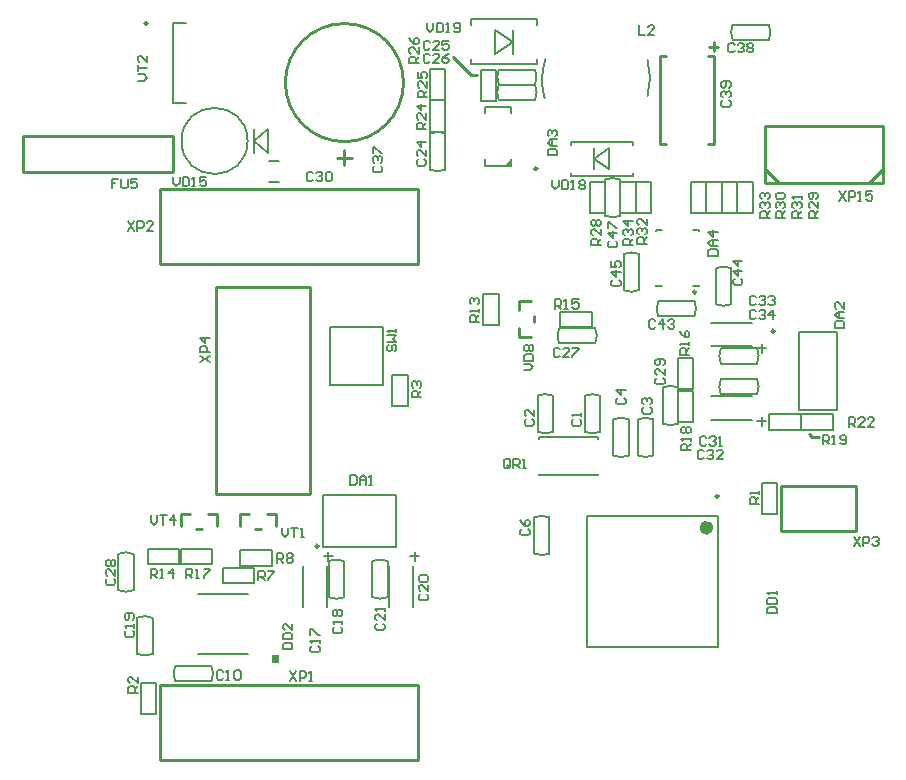
<source format=gto>
%FSLAX24Y24*%
%MOIN*%
G70*
G01*
G75*
G04 Layer_Color=65535*
%ADD10C,0.0098*%
%ADD11C,0.0079*%
%ADD12C,0.0472*%
G04:AMPARAMS|DCode=13|XSize=189mil|YSize=70.9mil|CornerRadius=17.7mil|HoleSize=0mil|Usage=FLASHONLY|Rotation=180.000|XOffset=0mil|YOffset=0mil|HoleType=Round|Shape=RoundedRectangle|*
%AMROUNDEDRECTD13*
21,1,0.1890,0.0354,0,0,180.0*
21,1,0.1535,0.0709,0,0,180.0*
1,1,0.0354,-0.0768,0.0177*
1,1,0.0354,0.0768,0.0177*
1,1,0.0354,0.0768,-0.0177*
1,1,0.0354,-0.0768,-0.0177*
%
%ADD13ROUNDEDRECTD13*%
G04:AMPARAMS|DCode=14|XSize=41mil|YSize=36mil|CornerRadius=1.8mil|HoleSize=0mil|Usage=FLASHONLY|Rotation=180.000|XOffset=0mil|YOffset=0mil|HoleType=Round|Shape=RoundedRectangle|*
%AMROUNDEDRECTD14*
21,1,0.0410,0.0324,0,0,180.0*
21,1,0.0374,0.0360,0,0,180.0*
1,1,0.0036,-0.0187,0.0162*
1,1,0.0036,0.0187,0.0162*
1,1,0.0036,0.0187,-0.0162*
1,1,0.0036,-0.0187,-0.0162*
%
%ADD14ROUNDEDRECTD14*%
%ADD15O,0.0281X0.0591*%
%ADD16R,0.0906X0.1220*%
%ADD17O,0.0787X0.0295*%
G04:AMPARAMS|DCode=18|XSize=28mil|YSize=35.8mil|CornerRadius=2.8mil|HoleSize=0mil|Usage=FLASHONLY|Rotation=0.000|XOffset=0mil|YOffset=0mil|HoleType=Round|Shape=RoundedRectangle|*
%AMROUNDEDRECTD18*
21,1,0.0280,0.0302,0,0,0.0*
21,1,0.0224,0.0358,0,0,0.0*
1,1,0.0056,0.0112,-0.0151*
1,1,0.0056,-0.0112,-0.0151*
1,1,0.0056,-0.0112,0.0151*
1,1,0.0056,0.0112,0.0151*
%
%ADD18ROUNDEDRECTD18*%
G04:AMPARAMS|DCode=19|XSize=41mil|YSize=36mil|CornerRadius=1.8mil|HoleSize=0mil|Usage=FLASHONLY|Rotation=270.000|XOffset=0mil|YOffset=0mil|HoleType=Round|Shape=RoundedRectangle|*
%AMROUNDEDRECTD19*
21,1,0.0410,0.0324,0,0,270.0*
21,1,0.0374,0.0360,0,0,270.0*
1,1,0.0036,-0.0162,-0.0187*
1,1,0.0036,-0.0162,0.0187*
1,1,0.0036,0.0162,0.0187*
1,1,0.0036,0.0162,-0.0187*
%
%ADD19ROUNDEDRECTD19*%
G04:AMPARAMS|DCode=20|XSize=70.9mil|YSize=51.2mil|CornerRadius=12.8mil|HoleSize=0mil|Usage=FLASHONLY|Rotation=270.000|XOffset=0mil|YOffset=0mil|HoleType=Round|Shape=RoundedRectangle|*
%AMROUNDEDRECTD20*
21,1,0.0709,0.0256,0,0,270.0*
21,1,0.0453,0.0512,0,0,270.0*
1,1,0.0256,-0.0128,-0.0226*
1,1,0.0256,-0.0128,0.0226*
1,1,0.0256,0.0128,0.0226*
1,1,0.0256,0.0128,-0.0226*
%
%ADD20ROUNDEDRECTD20*%
G04:AMPARAMS|DCode=21|XSize=55.1mil|YSize=70.9mil|CornerRadius=13.8mil|HoleSize=0mil|Usage=FLASHONLY|Rotation=0.000|XOffset=0mil|YOffset=0mil|HoleType=Round|Shape=RoundedRectangle|*
%AMROUNDEDRECTD21*
21,1,0.0551,0.0433,0,0,0.0*
21,1,0.0276,0.0709,0,0,0.0*
1,1,0.0276,0.0138,-0.0217*
1,1,0.0276,-0.0138,-0.0217*
1,1,0.0276,-0.0138,0.0217*
1,1,0.0276,0.0138,0.0217*
%
%ADD21ROUNDEDRECTD21*%
G04:AMPARAMS|DCode=22|XSize=70.9mil|YSize=51.2mil|CornerRadius=12.8mil|HoleSize=0mil|Usage=FLASHONLY|Rotation=180.000|XOffset=0mil|YOffset=0mil|HoleType=Round|Shape=RoundedRectangle|*
%AMROUNDEDRECTD22*
21,1,0.0709,0.0256,0,0,180.0*
21,1,0.0453,0.0512,0,0,180.0*
1,1,0.0256,-0.0226,0.0128*
1,1,0.0256,0.0226,0.0128*
1,1,0.0256,0.0226,-0.0128*
1,1,0.0256,-0.0226,-0.0128*
%
%ADD22ROUNDEDRECTD22*%
G04:AMPARAMS|DCode=23|XSize=94.5mil|YSize=110.2mil|CornerRadius=23.6mil|HoleSize=0mil|Usage=FLASHONLY|Rotation=270.000|XOffset=0mil|YOffset=0mil|HoleType=Round|Shape=RoundedRectangle|*
%AMROUNDEDRECTD23*
21,1,0.0945,0.0630,0,0,270.0*
21,1,0.0472,0.1102,0,0,270.0*
1,1,0.0472,-0.0315,-0.0236*
1,1,0.0472,-0.0315,0.0236*
1,1,0.0472,0.0315,0.0236*
1,1,0.0472,0.0315,-0.0236*
%
%ADD23ROUNDEDRECTD23*%
%ADD24O,0.0217X0.0492*%
%ADD25O,0.0492X0.0217*%
G04:AMPARAMS|DCode=26|XSize=126mil|YSize=80.7mil|CornerRadius=20.2mil|HoleSize=0mil|Usage=FLASHONLY|Rotation=90.000|XOffset=0mil|YOffset=0mil|HoleType=Round|Shape=RoundedRectangle|*
%AMROUNDEDRECTD26*
21,1,0.1260,0.0404,0,0,90.0*
21,1,0.0856,0.0807,0,0,90.0*
1,1,0.0404,0.0202,0.0428*
1,1,0.0404,0.0202,-0.0428*
1,1,0.0404,-0.0202,-0.0428*
1,1,0.0404,-0.0202,0.0428*
%
%ADD26ROUNDEDRECTD26*%
%ADD27O,0.0807X0.0256*%
%ADD28O,0.0335X0.0118*%
%ADD29O,0.0118X0.0335*%
%ADD30R,0.0394X0.0787*%
%ADD31O,0.0118X0.0591*%
%ADD32O,0.0591X0.0118*%
%ADD33R,0.0394X0.0394*%
G04:AMPARAMS|DCode=34|XSize=90.6mil|YSize=82.7mil|CornerRadius=12.4mil|HoleSize=0mil|Usage=FLASHONLY|Rotation=270.000|XOffset=0mil|YOffset=0mil|HoleType=Round|Shape=RoundedRectangle|*
%AMROUNDEDRECTD34*
21,1,0.0906,0.0579,0,0,270.0*
21,1,0.0657,0.0827,0,0,270.0*
1,1,0.0248,-0.0289,-0.0329*
1,1,0.0248,-0.0289,0.0329*
1,1,0.0248,0.0289,0.0329*
1,1,0.0248,0.0289,-0.0329*
%
%ADD34ROUNDEDRECTD34*%
G04:AMPARAMS|DCode=35|XSize=28mil|YSize=35.8mil|CornerRadius=2.8mil|HoleSize=0mil|Usage=FLASHONLY|Rotation=90.000|XOffset=0mil|YOffset=0mil|HoleType=Round|Shape=RoundedRectangle|*
%AMROUNDEDRECTD35*
21,1,0.0280,0.0302,0,0,90.0*
21,1,0.0224,0.0358,0,0,90.0*
1,1,0.0056,0.0151,0.0112*
1,1,0.0056,0.0151,-0.0112*
1,1,0.0056,-0.0151,-0.0112*
1,1,0.0056,-0.0151,0.0112*
%
%ADD35ROUNDEDRECTD35*%
%ADD36O,0.0591X0.0281*%
G04:AMPARAMS|DCode=37|XSize=86.6mil|YSize=68.9mil|CornerRadius=17.2mil|HoleSize=0mil|Usage=FLASHONLY|Rotation=180.000|XOffset=0mil|YOffset=0mil|HoleType=Round|Shape=RoundedRectangle|*
%AMROUNDEDRECTD37*
21,1,0.0866,0.0344,0,0,180.0*
21,1,0.0522,0.0689,0,0,180.0*
1,1,0.0344,-0.0261,0.0172*
1,1,0.0344,0.0261,0.0172*
1,1,0.0344,0.0261,-0.0172*
1,1,0.0344,-0.0261,-0.0172*
%
%ADD37ROUNDEDRECTD37*%
G04:AMPARAMS|DCode=38|XSize=82.7mil|YSize=78.7mil|CornerRadius=19.7mil|HoleSize=0mil|Usage=FLASHONLY|Rotation=90.000|XOffset=0mil|YOffset=0mil|HoleType=Round|Shape=RoundedRectangle|*
%AMROUNDEDRECTD38*
21,1,0.0827,0.0394,0,0,90.0*
21,1,0.0433,0.0787,0,0,90.0*
1,1,0.0394,0.0197,0.0217*
1,1,0.0394,0.0197,-0.0217*
1,1,0.0394,-0.0197,-0.0217*
1,1,0.0394,-0.0197,0.0217*
%
%ADD38ROUNDEDRECTD38*%
%ADD39O,0.0846X0.0394*%
G04:AMPARAMS|DCode=40|XSize=279.5mil|YSize=218.5mil|CornerRadius=10.9mil|HoleSize=0mil|Usage=FLASHONLY|Rotation=0.000|XOffset=0mil|YOffset=0mil|HoleType=Round|Shape=RoundedRectangle|*
%AMROUNDEDRECTD40*
21,1,0.2795,0.1967,0,0,0.0*
21,1,0.2577,0.2185,0,0,0.0*
1,1,0.0219,0.1288,-0.0983*
1,1,0.0219,-0.1288,-0.0983*
1,1,0.0219,-0.1288,0.0983*
1,1,0.0219,0.1288,0.0983*
%
%ADD40ROUNDEDRECTD40*%
%ADD41R,0.1417X0.1693*%
%ADD42O,0.0866X0.0295*%
%ADD43C,0.0157*%
%ADD44C,0.0197*%
%ADD45C,0.0118*%
%ADD46C,0.0394*%
%ADD47C,0.0315*%
%ADD48C,0.0276*%
%ADD49C,0.0709*%
%ADD50R,0.0709X0.0709*%
%ADD51C,0.1575*%
%ADD52C,0.3150*%
%ADD53C,0.0600*%
%ADD54R,0.0600X0.0600*%
%ADD55C,0.0630*%
%ADD56C,0.0827*%
%ADD57R,0.0827X0.0827*%
%ADD58R,0.0600X0.0600*%
%ADD59R,0.0709X0.0709*%
%ADD60C,0.0315*%
%ADD61C,0.0394*%
%ADD62C,0.0236*%
%ADD63C,0.0400*%
%ADD64C,0.0872*%
G04:AMPARAMS|DCode=65|XSize=78.74mil|YSize=78.74mil|CornerRadius=0mil|HoleSize=0mil|Usage=FLASHONLY|Rotation=0.000|XOffset=0mil|YOffset=0mil|HoleType=Round|Shape=Relief|Width=10mil|Gap=7.9mil|Entries=4|*
%AMTHD65*
7,0,0,0.0787,0.0630,0.0100,45*
%
%ADD65THD65*%
%ADD66C,0.1975*%
%ADD67C,0.2959*%
G04:AMPARAMS|DCode=68|XSize=69.496mil|YSize=69.496mil|CornerRadius=0mil|HoleSize=0mil|Usage=FLASHONLY|Rotation=0.000|XOffset=0mil|YOffset=0mil|HoleType=Round|Shape=Relief|Width=10mil|Gap=7.9mil|Entries=4|*
%AMTHD68*
7,0,0,0.0695,0.0537,0.0100,45*
%
%ADD68THD68*%
%ADD69C,0.0780*%
%ADD70C,0.0794*%
G04:AMPARAMS|DCode=71|XSize=86.614mil|YSize=86.614mil|CornerRadius=0mil|HoleSize=0mil|Usage=FLASHONLY|Rotation=0.000|XOffset=0mil|YOffset=0mil|HoleType=Round|Shape=Relief|Width=10mil|Gap=7.9mil|Entries=4|*
%AMTHD71*
7,0,0,0.0866,0.0709,0.0100,45*
%
%ADD71THD71*%
%ADD72C,0.0951*%
%ADD73C,0.0636*%
G04:AMPARAMS|DCode=74|XSize=47.244mil|YSize=47.244mil|CornerRadius=0mil|HoleSize=0mil|Usage=FLASHONLY|Rotation=0.000|XOffset=0mil|YOffset=0mil|HoleType=Round|Shape=Relief|Width=10mil|Gap=7.9mil|Entries=4|*
%AMTHD74*
7,0,0,0.0472,0.0315,0.0100,45*
%
%ADD74THD74*%
%ADD75C,0.0557*%
%ADD76C,0.0597*%
%ADD77C,0.0518*%
G04:AMPARAMS|DCode=78|XSize=43.307mil|YSize=43.307mil|CornerRadius=0mil|HoleSize=0mil|Usage=FLASHONLY|Rotation=0.000|XOffset=0mil|YOffset=0mil|HoleType=Round|Shape=Relief|Width=10mil|Gap=7.9mil|Entries=4|*
%AMTHD78*
7,0,0,0.0433,0.0276,0.0100,45*
%
%ADD78THD78*%
G04:AMPARAMS|DCode=79|XSize=51.181mil|YSize=51.181mil|CornerRadius=0mil|HoleSize=0mil|Usage=FLASHONLY|Rotation=0.000|XOffset=0mil|YOffset=0mil|HoleType=Round|Shape=Relief|Width=10mil|Gap=7.9mil|Entries=4|*
%AMTHD79*
7,0,0,0.0512,0.0354,0.0100,45*
%
%ADD79THD79*%
G04:AMPARAMS|DCode=80|XSize=78.7mil|YSize=86.6mil|CornerRadius=19.7mil|HoleSize=0mil|Usage=FLASHONLY|Rotation=0.000|XOffset=0mil|YOffset=0mil|HoleType=Round|Shape=RoundedRectangle|*
%AMROUNDEDRECTD80*
21,1,0.0787,0.0472,0,0,0.0*
21,1,0.0394,0.0866,0,0,0.0*
1,1,0.0394,0.0197,-0.0236*
1,1,0.0394,-0.0197,-0.0236*
1,1,0.0394,-0.0197,0.0236*
1,1,0.0394,0.0197,0.0236*
%
%ADD80ROUNDEDRECTD80*%
G04:AMPARAMS|DCode=81|XSize=47.2mil|YSize=74.8mil|CornerRadius=11.8mil|HoleSize=0mil|Usage=FLASHONLY|Rotation=270.000|XOffset=0mil|YOffset=0mil|HoleType=Round|Shape=RoundedRectangle|*
%AMROUNDEDRECTD81*
21,1,0.0472,0.0512,0,0,270.0*
21,1,0.0236,0.0748,0,0,270.0*
1,1,0.0236,-0.0256,-0.0118*
1,1,0.0236,-0.0256,0.0118*
1,1,0.0236,0.0256,0.0118*
1,1,0.0236,0.0256,-0.0118*
%
%ADD81ROUNDEDRECTD81*%
G04:AMPARAMS|DCode=82|XSize=47.2mil|YSize=74.8mil|CornerRadius=11.8mil|HoleSize=0mil|Usage=FLASHONLY|Rotation=180.000|XOffset=0mil|YOffset=0mil|HoleType=Round|Shape=RoundedRectangle|*
%AMROUNDEDRECTD82*
21,1,0.0472,0.0512,0,0,180.0*
21,1,0.0236,0.0748,0,0,180.0*
1,1,0.0236,-0.0118,0.0256*
1,1,0.0236,0.0118,0.0256*
1,1,0.0236,0.0118,-0.0256*
1,1,0.0236,-0.0118,-0.0256*
%
%ADD82ROUNDEDRECTD82*%
G04:AMPARAMS|DCode=83|XSize=86.6mil|YSize=68.9mil|CornerRadius=17.2mil|HoleSize=0mil|Usage=FLASHONLY|Rotation=90.000|XOffset=0mil|YOffset=0mil|HoleType=Round|Shape=RoundedRectangle|*
%AMROUNDEDRECTD83*
21,1,0.0866,0.0344,0,0,90.0*
21,1,0.0522,0.0689,0,0,90.0*
1,1,0.0344,0.0172,0.0261*
1,1,0.0344,0.0172,-0.0261*
1,1,0.0344,-0.0172,-0.0261*
1,1,0.0344,-0.0172,0.0261*
%
%ADD83ROUNDEDRECTD83*%
G04:AMPARAMS|DCode=84|XSize=51.2mil|YSize=72mil|CornerRadius=2.6mil|HoleSize=0mil|Usage=FLASHONLY|Rotation=90.000|XOffset=0mil|YOffset=0mil|HoleType=Round|Shape=RoundedRectangle|*
%AMROUNDEDRECTD84*
21,1,0.0512,0.0669,0,0,90.0*
21,1,0.0461,0.0720,0,0,90.0*
1,1,0.0051,0.0335,0.0230*
1,1,0.0051,0.0335,-0.0230*
1,1,0.0051,-0.0335,-0.0230*
1,1,0.0051,-0.0335,0.0230*
%
%ADD84ROUNDEDRECTD84*%
%ADD85O,0.0295X0.0800*%
G04:AMPARAMS|DCode=86|XSize=110.2mil|YSize=47.2mil|CornerRadius=11.8mil|HoleSize=0mil|Usage=FLASHONLY|Rotation=270.000|XOffset=0mil|YOffset=0mil|HoleType=Round|Shape=RoundedRectangle|*
%AMROUNDEDRECTD86*
21,1,0.1102,0.0236,0,0,270.0*
21,1,0.0866,0.0472,0,0,270.0*
1,1,0.0236,-0.0118,-0.0433*
1,1,0.0236,-0.0118,0.0433*
1,1,0.0236,0.0118,0.0433*
1,1,0.0236,0.0118,-0.0433*
%
%ADD86ROUNDEDRECTD86*%
%ADD87C,0.0070*%
%ADD88C,0.0100*%
%ADD89C,0.0236*%
%ADD90C,0.0071*%
%ADD91C,0.0067*%
%ADD92C,0.0050*%
G36*
X19040Y13583D02*
X18790D01*
Y13833D01*
X19040D01*
Y13583D01*
D02*
G37*
D10*
X27648Y30059D02*
G03*
X27648Y30059I-49J0D01*
G01*
X20354Y17480D02*
G03*
X20354Y17480I-49J0D01*
G01*
X35561Y24646D02*
G03*
X35561Y24646I-49J0D01*
G01*
X32943Y25945D02*
G03*
X32943Y25945I-49J0D01*
G01*
X33691Y19134D02*
G03*
X33691Y19134I-49J0D01*
G01*
X14656Y34902D02*
G03*
X14656Y34902I-49J0D01*
G01*
D11*
X20728Y22854D02*
X22500D01*
Y24783D01*
X20728Y22854D02*
Y24783D01*
X22500D01*
X25906Y30157D02*
X26772D01*
X25906Y32126D02*
X26772D01*
X25906Y30157D02*
Y30374D01*
Y31909D02*
Y32126D01*
X26614Y30157D02*
X26772Y30315D01*
X26654Y30157D02*
X26772Y30276D01*
X26693Y30157D02*
X26772Y30236D01*
X26732Y30157D02*
X26772Y30197D01*
Y30157D02*
Y30374D01*
Y31909D02*
Y32126D01*
X20536Y17143D02*
X20836D01*
X20686Y16993D02*
Y17293D01*
X19846Y15463D02*
Y16813D01*
X20626Y15463D02*
Y16813D01*
X23410Y17143D02*
X23710D01*
X23560Y16993D02*
Y17293D01*
X22720Y15463D02*
Y16813D01*
X23500Y15463D02*
Y16813D01*
X35135Y21487D02*
Y21787D01*
X34985Y21637D02*
X35285D01*
X33455Y22477D02*
X34805D01*
X33455Y21697D02*
X34805D01*
X35135Y23928D02*
Y24228D01*
X34985Y24078D02*
X35285D01*
X33455Y24918D02*
X34805D01*
X33455Y24138D02*
X34805D01*
X36378Y22008D02*
Y24606D01*
X37638Y22008D02*
Y24606D01*
X36378D02*
X37638D01*
X36378Y22008D02*
X37638D01*
X32835Y28012D02*
X33051D01*
Y27992D02*
Y28012D01*
X32835Y26161D02*
X33051D01*
Y26181D01*
X31594Y28012D02*
X31811D01*
X31594Y27992D02*
Y28012D01*
Y26161D02*
X31811D01*
X31594D02*
Y26181D01*
X29311Y18484D02*
X33681D01*
X29311Y14114D02*
X33681D01*
X29311D02*
Y18484D01*
X33681Y14114D02*
Y18484D01*
X27717Y21063D02*
Y21102D01*
X29685D01*
Y21063D02*
Y21102D01*
X27717Y19843D02*
Y19882D01*
Y19843D02*
X29685D01*
Y19882D01*
X30846Y30856D02*
Y30965D01*
Y29823D02*
Y29931D01*
X28760Y30856D02*
Y30965D01*
Y29823D02*
Y29931D01*
Y30965D02*
X30846D01*
X28760Y29823D02*
X30846D01*
X25433Y33543D02*
X27638D01*
X25433Y35039D02*
X27638D01*
X25433Y33543D02*
Y33730D01*
Y34852D02*
Y35039D01*
X27638Y33543D02*
Y33730D01*
Y34852D02*
Y35039D01*
X15502Y32264D02*
X15935D01*
X15502Y34902D02*
X15935D01*
X15502Y32264D02*
Y34902D01*
X16339Y13898D02*
X17992D01*
X16339Y15866D02*
X17992D01*
X22690Y24186D02*
X22638Y24134D01*
Y24029D01*
X22690Y23976D01*
X22743D01*
X22795Y24029D01*
Y24134D01*
X22848Y24186D01*
X22900D01*
X22953Y24134D01*
Y24029D01*
X22900Y23976D01*
X22638Y24291D02*
X22953D01*
X22848Y24396D01*
X22953Y24501D01*
X22638D01*
X22953Y24606D02*
Y24711D01*
Y24659D01*
X22638D01*
X22690Y24606D01*
X16417Y23622D02*
X16732Y23832D01*
X16417D02*
X16732Y23622D01*
Y23937D02*
X16417D01*
Y24094D01*
X16470Y24147D01*
X16575D01*
X16627Y24094D01*
Y23937D01*
X16732Y24409D02*
X16417D01*
X16575Y24252D01*
Y24462D01*
X13320Y16391D02*
X13268Y16339D01*
Y16234D01*
X13320Y16181D01*
X13530D01*
X13583Y16234D01*
Y16339D01*
X13530Y16391D01*
X13583Y16706D02*
Y16496D01*
X13373Y16706D01*
X13320D01*
X13268Y16653D01*
Y16548D01*
X13320Y16496D01*
Y16811D02*
X13268Y16863D01*
Y16968D01*
X13320Y17021D01*
X13373D01*
X13425Y16968D01*
X13478Y17021D01*
X13530D01*
X13583Y16968D01*
Y16863D01*
X13530Y16811D01*
X13478D01*
X13425Y16863D01*
X13373Y16811D01*
X13320D01*
X13425Y16863D02*
Y16968D01*
X14764Y18504D02*
Y18294D01*
X14869Y18189D01*
X14974Y18294D01*
Y18504D01*
X15079D02*
X15289D01*
X15184D01*
Y18189D01*
X15551D02*
Y18504D01*
X15394Y18346D01*
X15603D01*
X37717Y29311D02*
X37926Y28996D01*
Y29311D02*
X37717Y28996D01*
X38031D02*
Y29311D01*
X38189D01*
X38241Y29258D01*
Y29153D01*
X38189Y29101D01*
X38031D01*
X38346Y28996D02*
X38451D01*
X38399D01*
Y29311D01*
X38346Y29258D01*
X38819Y29311D02*
X38609D01*
Y29153D01*
X38714Y29206D01*
X38766D01*
X38819Y29153D01*
Y29048D01*
X38766Y28996D01*
X38661D01*
X38609Y29048D01*
X38189Y17795D02*
X38399Y17480D01*
Y17795D02*
X38189Y17480D01*
X38504D02*
Y17795D01*
X38661D01*
X38714Y17743D01*
Y17638D01*
X38661Y17585D01*
X38504D01*
X38819Y17743D02*
X38871Y17795D01*
X38976D01*
X39029Y17743D01*
Y17690D01*
X38976Y17638D01*
X38924D01*
X38976D01*
X39029Y17585D01*
Y17533D01*
X38976Y17480D01*
X38871D01*
X38819Y17533D01*
X14004Y28307D02*
X14214Y27992D01*
Y28307D02*
X14004Y27992D01*
X14319D02*
Y28307D01*
X14477D01*
X14529Y28254D01*
Y28149D01*
X14477Y28097D01*
X14319D01*
X14844Y27992D02*
X14634D01*
X14844Y28202D01*
Y28254D01*
X14792Y28307D01*
X14687D01*
X14634Y28254D01*
X19409Y13307D02*
X19619Y12992D01*
Y13307D02*
X19409Y12992D01*
X19724D02*
Y13307D01*
X19882D01*
X19934Y13255D01*
Y13150D01*
X19882Y13097D01*
X19724D01*
X20039Y12992D02*
X20144D01*
X20092D01*
Y13307D01*
X20039Y13255D01*
X14331Y32992D02*
X14541D01*
X14646Y33097D01*
X14541Y33202D01*
X14331D01*
Y33307D02*
Y33517D01*
Y33412D01*
X14646D01*
Y33832D02*
Y33622D01*
X14436Y33832D01*
X14383D01*
X14331Y33779D01*
Y33674D01*
X14383Y33622D01*
X19134Y18090D02*
Y17881D01*
X19239Y17776D01*
X19344Y17881D01*
Y18090D01*
X19449D02*
X19659D01*
X19554D01*
Y17776D01*
X19764D02*
X19869D01*
X19816D01*
Y18090D01*
X19764Y18038D01*
X23976Y34921D02*
Y34711D01*
X24081Y34606D01*
X24186Y34711D01*
Y34921D01*
X24291D02*
Y34606D01*
X24449D01*
X24501Y34659D01*
Y34869D01*
X24449Y34921D01*
X24291D01*
X24606Y34606D02*
X24711D01*
X24659D01*
Y34921D01*
X24606Y34869D01*
X24868Y34659D02*
X24921Y34606D01*
X25026D01*
X25078Y34659D01*
Y34869D01*
X25026Y34921D01*
X24921D01*
X24868Y34869D01*
Y34816D01*
X24921Y34764D01*
X25078D01*
X28150Y29685D02*
Y29475D01*
X28255Y29370D01*
X28360Y29475D01*
Y29685D01*
X28464D02*
Y29370D01*
X28622D01*
X28674Y29423D01*
Y29632D01*
X28622Y29685D01*
X28464D01*
X28779Y29370D02*
X28884D01*
X28832D01*
Y29685D01*
X28779Y29632D01*
X29042D02*
X29094Y29685D01*
X29199D01*
X29252Y29632D01*
Y29580D01*
X29199Y29528D01*
X29252Y29475D01*
Y29423D01*
X29199Y29370D01*
X29094D01*
X29042Y29423D01*
Y29475D01*
X29094Y29528D01*
X29042Y29580D01*
Y29632D01*
X29094Y29528D02*
X29199D01*
X15512Y29783D02*
Y29573D01*
X15617Y29468D01*
X15722Y29573D01*
Y29783D01*
X15827D02*
Y29468D01*
X15984D01*
X16037Y29521D01*
Y29731D01*
X15984Y29783D01*
X15827D01*
X16142Y29468D02*
X16246D01*
X16194D01*
Y29783D01*
X16142Y29731D01*
X16614Y29783D02*
X16404D01*
Y29626D01*
X16509Y29678D01*
X16561D01*
X16614Y29626D01*
Y29521D01*
X16561Y29468D01*
X16456D01*
X16404Y29521D01*
X27205Y23346D02*
X27415D01*
X27520Y23451D01*
X27415Y23556D01*
X27205D01*
Y23661D02*
X27520D01*
Y23819D01*
X27467Y23871D01*
X27257D01*
X27205Y23819D01*
Y23661D01*
X27257Y23976D02*
X27205Y24029D01*
Y24134D01*
X27257Y24186D01*
X27310D01*
X27362Y24134D01*
X27415Y24186D01*
X27467D01*
X27520Y24134D01*
Y24029D01*
X27467Y23976D01*
X27415D01*
X27362Y24029D01*
X27310Y23976D01*
X27257D01*
X27362Y24029D02*
Y24134D01*
X30827Y27520D02*
X30512D01*
Y27677D01*
X30564Y27730D01*
X30669D01*
X30722Y27677D01*
Y27520D01*
Y27625D02*
X30827Y27730D01*
X30564Y27835D02*
X30512Y27887D01*
Y27992D01*
X30564Y28044D01*
X30617D01*
X30669Y27992D01*
Y27940D01*
Y27992D01*
X30722Y28044D01*
X30774D01*
X30827Y27992D01*
Y27887D01*
X30774Y27835D01*
X30827Y28307D02*
X30512D01*
X30669Y28149D01*
Y28359D01*
X35394Y28425D02*
X35079D01*
Y28583D01*
X35131Y28635D01*
X35236D01*
X35289Y28583D01*
Y28425D01*
Y28530D02*
X35394Y28635D01*
X35131Y28740D02*
X35079Y28793D01*
Y28897D01*
X35131Y28950D01*
X35184D01*
X35236Y28897D01*
Y28845D01*
Y28897D01*
X35289Y28950D01*
X35341D01*
X35394Y28897D01*
Y28793D01*
X35341Y28740D01*
X35131Y29055D02*
X35079Y29107D01*
Y29212D01*
X35131Y29265D01*
X35184D01*
X35236Y29212D01*
Y29160D01*
Y29212D01*
X35289Y29265D01*
X35341D01*
X35394Y29212D01*
Y29107D01*
X35341Y29055D01*
X31299Y27559D02*
X30984D01*
Y27716D01*
X31037Y27769D01*
X31142D01*
X31194Y27716D01*
Y27559D01*
Y27664D02*
X31299Y27769D01*
X31037Y27874D02*
X30984Y27926D01*
Y28031D01*
X31037Y28084D01*
X31089D01*
X31142Y28031D01*
Y27979D01*
Y28031D01*
X31194Y28084D01*
X31247D01*
X31299Y28031D01*
Y27926D01*
X31247Y27874D01*
X31299Y28399D02*
Y28189D01*
X31089Y28399D01*
X31037D01*
X30984Y28346D01*
Y28241D01*
X31037Y28189D01*
X36457Y28425D02*
X36142D01*
Y28583D01*
X36194Y28635D01*
X36299D01*
X36352Y28583D01*
Y28425D01*
Y28530D02*
X36457Y28635D01*
X36194Y28740D02*
X36142Y28793D01*
Y28897D01*
X36194Y28950D01*
X36247D01*
X36299Y28897D01*
Y28845D01*
Y28897D01*
X36352Y28950D01*
X36404D01*
X36457Y28897D01*
Y28793D01*
X36404Y28740D01*
X36457Y29055D02*
Y29160D01*
Y29107D01*
X36142D01*
X36194Y29055D01*
X35906Y28425D02*
X35591D01*
Y28583D01*
X35643Y28635D01*
X35748D01*
X35801Y28583D01*
Y28425D01*
Y28530D02*
X35906Y28635D01*
X35643Y28740D02*
X35591Y28792D01*
Y28897D01*
X35643Y28950D01*
X35696D01*
X35748Y28897D01*
Y28845D01*
Y28897D01*
X35801Y28950D01*
X35853D01*
X35906Y28897D01*
Y28792D01*
X35853Y28740D01*
X35643Y29055D02*
X35591Y29107D01*
Y29212D01*
X35643Y29265D01*
X35853D01*
X35906Y29212D01*
Y29107D01*
X35853Y29055D01*
X35643D01*
X37008Y28425D02*
X36693D01*
Y28583D01*
X36745Y28635D01*
X36850D01*
X36903Y28583D01*
Y28425D01*
Y28530D02*
X37008Y28635D01*
Y28950D02*
Y28740D01*
X36798Y28950D01*
X36745D01*
X36693Y28897D01*
Y28793D01*
X36745Y28740D01*
X36955Y29055D02*
X37008Y29107D01*
Y29212D01*
X36955Y29265D01*
X36745D01*
X36693Y29212D01*
Y29107D01*
X36745Y29055D01*
X36798D01*
X36850Y29107D01*
Y29265D01*
X29764Y27520D02*
X29449D01*
Y27677D01*
X29501Y27730D01*
X29606D01*
X29659Y27677D01*
Y27520D01*
Y27625D02*
X29764Y27730D01*
Y28044D02*
Y27835D01*
X29554Y28044D01*
X29501D01*
X29449Y27992D01*
Y27887D01*
X29501Y27835D01*
Y28149D02*
X29449Y28202D01*
Y28307D01*
X29501Y28359D01*
X29554D01*
X29606Y28307D01*
X29659Y28359D01*
X29711D01*
X29764Y28307D01*
Y28202D01*
X29711Y28149D01*
X29659D01*
X29606Y28202D01*
X29554Y28149D01*
X29501D01*
X29606Y28202D02*
Y28307D01*
X23701Y33583D02*
X23386D01*
Y33740D01*
X23438Y33793D01*
X23543D01*
X23596Y33740D01*
Y33583D01*
Y33688D02*
X23701Y33793D01*
Y34107D02*
Y33898D01*
X23491Y34107D01*
X23438D01*
X23386Y34055D01*
Y33950D01*
X23438Y33898D01*
X23386Y34422D02*
X23438Y34317D01*
X23543Y34212D01*
X23648D01*
X23701Y34265D01*
Y34370D01*
X23648Y34422D01*
X23596D01*
X23543Y34370D01*
Y34212D01*
X23976Y32441D02*
X23662D01*
Y32598D01*
X23714Y32651D01*
X23819D01*
X23871Y32598D01*
Y32441D01*
Y32546D02*
X23976Y32651D01*
Y32966D02*
Y32756D01*
X23766Y32966D01*
X23714D01*
X23662Y32913D01*
Y32808D01*
X23714Y32756D01*
X23662Y33281D02*
Y33071D01*
X23819D01*
X23766Y33176D01*
Y33228D01*
X23819Y33281D01*
X23924D01*
X23976Y33228D01*
Y33123D01*
X23924Y33071D01*
X23937Y31378D02*
X23622D01*
Y31535D01*
X23675Y31588D01*
X23780D01*
X23832Y31535D01*
Y31378D01*
Y31483D02*
X23937Y31588D01*
Y31903D02*
Y31693D01*
X23727Y31903D01*
X23675D01*
X23622Y31850D01*
Y31745D01*
X23675Y31693D01*
X23937Y32165D02*
X23622D01*
X23780Y32008D01*
Y32218D01*
X38031Y21457D02*
Y21772D01*
X38189D01*
X38241Y21719D01*
Y21614D01*
X38189Y21562D01*
X38031D01*
X38136D02*
X38241Y21457D01*
X38556D02*
X38346D01*
X38556Y21667D01*
Y21719D01*
X38504Y21772D01*
X38399D01*
X38346Y21719D01*
X38871Y21457D02*
X38661D01*
X38871Y21667D01*
Y21719D01*
X38819Y21772D01*
X38714D01*
X38661Y21719D01*
X37165Y20866D02*
Y21181D01*
X37323D01*
X37375Y21129D01*
Y21024D01*
X37323Y20971D01*
X37165D01*
X37270D02*
X37375Y20866D01*
X37480D02*
X37585D01*
X37533D01*
Y21181D01*
X37480Y21129D01*
X37743Y20919D02*
X37795Y20866D01*
X37900D01*
X37952Y20919D01*
Y21129D01*
X37900Y21181D01*
X37795D01*
X37743Y21129D01*
Y21076D01*
X37795Y21024D01*
X37952D01*
X32756Y20669D02*
X32441D01*
Y20827D01*
X32494Y20879D01*
X32598D01*
X32651Y20827D01*
Y20669D01*
Y20774D02*
X32756Y20879D01*
Y20984D02*
Y21089D01*
Y21037D01*
X32441D01*
X32494Y20984D01*
Y21247D02*
X32441Y21299D01*
Y21404D01*
X32494Y21456D01*
X32546D01*
X32598Y21404D01*
X32651Y21456D01*
X32703D01*
X32756Y21404D01*
Y21299D01*
X32703Y21247D01*
X32651D01*
X32598Y21299D01*
X32546Y21247D01*
X32494D01*
X32598Y21299D02*
Y21404D01*
X15945Y16417D02*
Y16732D01*
X16102D01*
X16155Y16680D01*
Y16575D01*
X16102Y16522D01*
X15945D01*
X16050D02*
X16155Y16417D01*
X16260D02*
X16365D01*
X16312D01*
Y16732D01*
X16260Y16680D01*
X16522Y16732D02*
X16732D01*
Y16680D01*
X16522Y16470D01*
Y16417D01*
X32717Y23858D02*
X32402D01*
Y24016D01*
X32454Y24068D01*
X32559D01*
X32612Y24016D01*
Y23858D01*
Y23963D02*
X32717Y24068D01*
Y24173D02*
Y24278D01*
Y24226D01*
X32402D01*
X32454Y24173D01*
X32402Y24645D02*
X32454Y24540D01*
X32559Y24436D01*
X32664D01*
X32717Y24488D01*
Y24593D01*
X32664Y24645D01*
X32612D01*
X32559Y24593D01*
Y24436D01*
X28239Y25394D02*
Y25709D01*
X28396D01*
X28449Y25656D01*
Y25551D01*
X28396Y25499D01*
X28239D01*
X28344D02*
X28449Y25394D01*
X28554D02*
X28659D01*
X28606D01*
Y25709D01*
X28554Y25656D01*
X29026Y25709D02*
X28816D01*
Y25551D01*
X28921Y25604D01*
X28974D01*
X29026Y25551D01*
Y25446D01*
X28974Y25394D01*
X28869D01*
X28816Y25446D01*
X14764Y16417D02*
Y16732D01*
X14921D01*
X14974Y16680D01*
Y16575D01*
X14921Y16522D01*
X14764D01*
X14869D02*
X14974Y16417D01*
X15079D02*
X15184D01*
X15131D01*
Y16732D01*
X15079Y16680D01*
X15498Y16417D02*
Y16732D01*
X15341Y16575D01*
X15551D01*
X25709Y24961D02*
X25394D01*
Y25118D01*
X25446Y25171D01*
X25551D01*
X25604Y25118D01*
Y24961D01*
Y25066D02*
X25709Y25171D01*
Y25275D02*
Y25380D01*
Y25328D01*
X25394D01*
X25446Y25275D01*
Y25538D02*
X25394Y25590D01*
Y25695D01*
X25446Y25748D01*
X25499D01*
X25551Y25695D01*
Y25643D01*
Y25695D01*
X25604Y25748D01*
X25656D01*
X25709Y25695D01*
Y25590D01*
X25656Y25538D01*
X18976Y16929D02*
Y17244D01*
X19134D01*
X19186Y17192D01*
Y17087D01*
X19134Y17034D01*
X18976D01*
X19081D02*
X19186Y16929D01*
X19291Y17192D02*
X19344Y17244D01*
X19449D01*
X19501Y17192D01*
Y17139D01*
X19449Y17087D01*
X19501Y17034D01*
Y16982D01*
X19449Y16929D01*
X19344D01*
X19291Y16982D01*
Y17034D01*
X19344Y17087D01*
X19291Y17139D01*
Y17192D01*
X19344Y17087D02*
X19449D01*
X18346Y16339D02*
Y16653D01*
X18504D01*
X18556Y16601D01*
Y16496D01*
X18504Y16444D01*
X18346D01*
X18451D02*
X18556Y16339D01*
X18661Y16653D02*
X18871D01*
Y16601D01*
X18661Y16391D01*
Y16339D01*
X23780Y22441D02*
X23465D01*
Y22598D01*
X23517Y22651D01*
X23622D01*
X23675Y22598D01*
Y22441D01*
Y22546D02*
X23780Y22651D01*
X23517Y22756D02*
X23465Y22808D01*
Y22913D01*
X23517Y22966D01*
X23570D01*
X23622Y22913D01*
Y22861D01*
Y22913D01*
X23675Y22966D01*
X23727D01*
X23780Y22913D01*
Y22808D01*
X23727Y22756D01*
X14331Y12598D02*
X14016D01*
Y12756D01*
X14068Y12808D01*
X14173D01*
X14226Y12756D01*
Y12598D01*
Y12703D02*
X14331Y12808D01*
Y13123D02*
Y12913D01*
X14121Y13123D01*
X14068D01*
X14016Y13071D01*
Y12966D01*
X14068Y12913D01*
X35039Y18898D02*
X34725D01*
Y19055D01*
X34777Y19108D01*
X34882D01*
X34934Y19055D01*
Y18898D01*
Y19003D02*
X35039Y19108D01*
Y19212D02*
Y19317D01*
Y19265D01*
X34725D01*
X34777Y19212D01*
X26745Y20131D02*
Y20341D01*
X26693Y20394D01*
X26588D01*
X26535Y20341D01*
Y20131D01*
X26588Y20079D01*
X26693D01*
X26640Y20184D02*
X26745Y20079D01*
X26693D02*
X26745Y20131D01*
X26850Y20079D02*
Y20394D01*
X27008D01*
X27060Y20341D01*
Y20236D01*
X27008Y20184D01*
X26850D01*
X26955D02*
X27060Y20079D01*
X27165D02*
X27270D01*
X27218D01*
Y20394D01*
X27165Y20341D01*
X31024Y34842D02*
Y34528D01*
X31234D01*
X31548D02*
X31338D01*
X31548Y34737D01*
Y34790D01*
X31496Y34842D01*
X31391D01*
X31338Y34790D01*
X13674Y29724D02*
X13465D01*
Y29567D01*
X13570D01*
X13465D01*
Y29409D01*
X13779Y29724D02*
Y29462D01*
X13832Y29409D01*
X13937D01*
X13989Y29462D01*
Y29724D01*
X14304D02*
X14094D01*
Y29567D01*
X14199Y29619D01*
X14252D01*
X14304Y29567D01*
Y29462D01*
X14252Y29409D01*
X14147D01*
X14094Y29462D01*
X19173Y14055D02*
X19488D01*
Y14213D01*
X19436Y14265D01*
X19226D01*
X19173Y14213D01*
Y14055D01*
Y14370D02*
X19488D01*
Y14527D01*
X19436Y14580D01*
X19226D01*
X19173Y14527D01*
Y14370D01*
X19488Y14895D02*
Y14685D01*
X19278Y14895D01*
X19226D01*
X19173Y14842D01*
Y14737D01*
X19226Y14685D01*
X35315Y15236D02*
X35630D01*
Y15394D01*
X35577Y15446D01*
X35368D01*
X35315Y15394D01*
Y15236D01*
Y15551D02*
X35630D01*
Y15709D01*
X35577Y15761D01*
X35368D01*
X35315Y15709D01*
Y15551D01*
X35630Y15866D02*
Y15971D01*
Y15918D01*
X35315D01*
X35368Y15866D01*
X33342Y27165D02*
X33657D01*
Y27323D01*
X33605Y27375D01*
X33395D01*
X33342Y27323D01*
Y27165D01*
X33657Y27480D02*
X33447D01*
X33342Y27585D01*
X33447Y27690D01*
X33657D01*
X33500D01*
Y27480D01*
X33657Y27952D02*
X33342D01*
X33500Y27795D01*
Y28005D01*
X27992Y30512D02*
X28307D01*
Y30669D01*
X28255Y30722D01*
X28045D01*
X27992Y30669D01*
Y30512D01*
X28307Y30827D02*
X28097D01*
X27992Y30932D01*
X28097Y31037D01*
X28307D01*
X28150D01*
Y30827D01*
X28045Y31142D02*
X27992Y31194D01*
Y31299D01*
X28045Y31351D01*
X28097D01*
X28150Y31299D01*
Y31246D01*
Y31299D01*
X28202Y31351D01*
X28255D01*
X28307Y31299D01*
Y31194D01*
X28255Y31142D01*
X37559Y24764D02*
X37874D01*
Y24921D01*
X37822Y24974D01*
X37612D01*
X37559Y24921D01*
Y24764D01*
X37874Y25079D02*
X37664D01*
X37559Y25184D01*
X37664Y25289D01*
X37874D01*
X37717D01*
Y25079D01*
X37874Y25603D02*
Y25394D01*
X37664Y25603D01*
X37612D01*
X37559Y25551D01*
Y25446D01*
X37612Y25394D01*
X21417Y19842D02*
Y19528D01*
X21575D01*
X21627Y19580D01*
Y19790D01*
X21575Y19842D01*
X21417D01*
X21732Y19528D02*
Y19737D01*
X21837Y19842D01*
X21942Y19737D01*
Y19528D01*
Y19685D01*
X21732D01*
X22047Y19528D02*
X22152D01*
X22100D01*
Y19842D01*
X22047Y19790D01*
X30053Y27651D02*
X30000Y27598D01*
Y27493D01*
X30053Y27441D01*
X30262D01*
X30315Y27493D01*
Y27598D01*
X30262Y27651D01*
X30315Y27913D02*
X30000D01*
X30158Y27756D01*
Y27966D01*
X30000Y28071D02*
Y28281D01*
X30053D01*
X30262Y28071D01*
X30315D01*
X30171Y26352D02*
X30118Y26299D01*
Y26194D01*
X30171Y26142D01*
X30381D01*
X30433Y26194D01*
Y26299D01*
X30381Y26352D01*
X30433Y26614D02*
X30118D01*
X30276Y26457D01*
Y26667D01*
X30118Y26981D02*
Y26771D01*
X30276D01*
X30223Y26876D01*
Y26929D01*
X30276Y26981D01*
X30381D01*
X30433Y26929D01*
Y26824D01*
X30381Y26771D01*
X34226Y26391D02*
X34173Y26339D01*
Y26234D01*
X34226Y26181D01*
X34436D01*
X34488Y26234D01*
Y26339D01*
X34436Y26391D01*
X34488Y26653D02*
X34173D01*
X34331Y26496D01*
Y26706D01*
X34488Y26968D02*
X34173D01*
X34331Y26811D01*
Y27021D01*
X31588Y24987D02*
X31535Y25039D01*
X31430D01*
X31378Y24987D01*
Y24777D01*
X31430Y24724D01*
X31535D01*
X31588Y24777D01*
X31850Y24724D02*
Y25039D01*
X31693Y24882D01*
X31903D01*
X32008Y24987D02*
X32060Y25039D01*
X32165D01*
X32218Y24987D01*
Y24934D01*
X32165Y24882D01*
X32113D01*
X32165D01*
X32218Y24829D01*
Y24777D01*
X32165Y24724D01*
X32060D01*
X32008Y24777D01*
X33832Y32336D02*
X33780Y32283D01*
Y32178D01*
X33832Y32126D01*
X34042D01*
X34094Y32178D01*
Y32283D01*
X34042Y32336D01*
X33832Y32441D02*
X33780Y32493D01*
Y32598D01*
X33832Y32651D01*
X33885D01*
X33937Y32598D01*
Y32546D01*
Y32598D01*
X33990Y32651D01*
X34042D01*
X34094Y32598D01*
Y32493D01*
X34042Y32441D01*
Y32756D02*
X34094Y32808D01*
Y32913D01*
X34042Y32966D01*
X33832D01*
X33780Y32913D01*
Y32808D01*
X33832Y32756D01*
X33885D01*
X33937Y32808D01*
Y32966D01*
X34226Y34199D02*
X34173Y34252D01*
X34068D01*
X34016Y34199D01*
Y33989D01*
X34068Y33937D01*
X34173D01*
X34226Y33989D01*
X34331Y34199D02*
X34383Y34252D01*
X34488D01*
X34541Y34199D01*
Y34147D01*
X34488Y34094D01*
X34436D01*
X34488D01*
X34541Y34042D01*
Y33989D01*
X34488Y33937D01*
X34383D01*
X34331Y33989D01*
X34645Y34199D02*
X34698Y34252D01*
X34803D01*
X34855Y34199D01*
Y34147D01*
X34803Y34094D01*
X34855Y34042D01*
Y33989D01*
X34803Y33937D01*
X34698D01*
X34645Y33989D01*
Y34042D01*
X34698Y34094D01*
X34645Y34147D01*
Y34199D01*
X34698Y34094D02*
X34803D01*
X22218Y30151D02*
X22165Y30098D01*
Y29993D01*
X22218Y29941D01*
X22428D01*
X22480Y29993D01*
Y30098D01*
X22428Y30151D01*
X22218Y30256D02*
X22165Y30308D01*
Y30413D01*
X22218Y30466D01*
X22270D01*
X22323Y30413D01*
Y30361D01*
Y30413D01*
X22375Y30466D01*
X22428D01*
X22480Y30413D01*
Y30308D01*
X22428Y30256D01*
X22165Y30571D02*
Y30781D01*
X22218D01*
X22428Y30571D01*
X22480D01*
X34934Y25302D02*
X34882Y25354D01*
X34777D01*
X34724Y25302D01*
Y25092D01*
X34777Y25039D01*
X34882D01*
X34934Y25092D01*
X35039Y25302D02*
X35092Y25354D01*
X35197D01*
X35249Y25302D01*
Y25249D01*
X35197Y25197D01*
X35144D01*
X35197D01*
X35249Y25144D01*
Y25092D01*
X35197Y25039D01*
X35092D01*
X35039Y25092D01*
X35512Y25039D02*
Y25354D01*
X35354Y25197D01*
X35564D01*
X34934Y25774D02*
X34882Y25827D01*
X34777D01*
X34724Y25774D01*
Y25564D01*
X34777Y25512D01*
X34882D01*
X34934Y25564D01*
X35039Y25774D02*
X35092Y25827D01*
X35197D01*
X35249Y25774D01*
Y25722D01*
X35197Y25669D01*
X35144D01*
X35197D01*
X35249Y25617D01*
Y25564D01*
X35197Y25512D01*
X35092D01*
X35039Y25564D01*
X35354Y25774D02*
X35407Y25827D01*
X35512D01*
X35564Y25774D01*
Y25722D01*
X35512Y25669D01*
X35459D01*
X35512D01*
X35564Y25617D01*
Y25564D01*
X35512Y25512D01*
X35407D01*
X35354Y25564D01*
X33202Y20636D02*
X33150Y20689D01*
X33045D01*
X32992Y20636D01*
Y20426D01*
X33045Y20374D01*
X33150D01*
X33202Y20426D01*
X33307Y20636D02*
X33359Y20689D01*
X33464D01*
X33517Y20636D01*
Y20584D01*
X33464Y20531D01*
X33412D01*
X33464D01*
X33517Y20479D01*
Y20426D01*
X33464Y20374D01*
X33359D01*
X33307Y20426D01*
X33832Y20374D02*
X33622D01*
X33832Y20584D01*
Y20636D01*
X33779Y20689D01*
X33674D01*
X33622Y20636D01*
X33281Y21089D02*
X33228Y21142D01*
X33123D01*
X33071Y21089D01*
Y20879D01*
X33123Y20827D01*
X33228D01*
X33281Y20879D01*
X33386Y21089D02*
X33438Y21142D01*
X33543D01*
X33596Y21089D01*
Y21037D01*
X33543Y20984D01*
X33491D01*
X33543D01*
X33596Y20932D01*
Y20879D01*
X33543Y20827D01*
X33438D01*
X33386Y20879D01*
X33701Y20827D02*
X33806D01*
X33753D01*
Y21142D01*
X33701Y21089D01*
X20171Y29908D02*
X20118Y29961D01*
X20013D01*
X19961Y29908D01*
Y29698D01*
X20013Y29646D01*
X20118D01*
X20171Y29698D01*
X20275Y29908D02*
X20328Y29961D01*
X20433D01*
X20485Y29908D01*
Y29856D01*
X20433Y29803D01*
X20380D01*
X20433D01*
X20485Y29751D01*
Y29698D01*
X20433Y29646D01*
X20328D01*
X20275Y29698D01*
X20590Y29908D02*
X20643Y29961D01*
X20748D01*
X20800Y29908D01*
Y29698D01*
X20748Y29646D01*
X20643D01*
X20590Y29698D01*
Y29908D01*
X31627Y23084D02*
X31575Y23031D01*
Y22926D01*
X31627Y22874D01*
X31837D01*
X31890Y22926D01*
Y23031D01*
X31837Y23084D01*
X31890Y23399D02*
Y23189D01*
X31680Y23399D01*
X31627D01*
X31575Y23346D01*
Y23241D01*
X31627Y23189D01*
X31837Y23504D02*
X31890Y23556D01*
Y23661D01*
X31837Y23714D01*
X31627D01*
X31575Y23661D01*
Y23556D01*
X31627Y23504D01*
X31680D01*
X31732Y23556D01*
Y23714D01*
X28399Y24042D02*
X28346Y24094D01*
X28241D01*
X28189Y24042D01*
Y23832D01*
X28241Y23780D01*
X28346D01*
X28399Y23832D01*
X28714Y23780D02*
X28504D01*
X28714Y23989D01*
Y24042D01*
X28661Y24094D01*
X28556D01*
X28504Y24042D01*
X28819Y24094D02*
X29029D01*
Y24042D01*
X28819Y23832D01*
Y23780D01*
X24068Y33845D02*
X24016Y33898D01*
X23911D01*
X23858Y33845D01*
Y33635D01*
X23911Y33583D01*
X24016D01*
X24068Y33635D01*
X24383Y33583D02*
X24173D01*
X24383Y33793D01*
Y33845D01*
X24331Y33898D01*
X24226D01*
X24173Y33845D01*
X24698Y33898D02*
X24593Y33845D01*
X24488Y33740D01*
Y33635D01*
X24540Y33583D01*
X24645D01*
X24698Y33635D01*
Y33688D01*
X24645Y33740D01*
X24488D01*
X24068Y34278D02*
X24016Y34331D01*
X23911D01*
X23858Y34278D01*
Y34068D01*
X23911Y34016D01*
X24016D01*
X24068Y34068D01*
X24383Y34016D02*
X24173D01*
X24383Y34226D01*
Y34278D01*
X24331Y34331D01*
X24226D01*
X24173Y34278D01*
X24698Y34331D02*
X24488D01*
Y34173D01*
X24593Y34226D01*
X24645D01*
X24698Y34173D01*
Y34068D01*
X24645Y34016D01*
X24540D01*
X24488Y34068D01*
X23675Y30367D02*
X23622Y30315D01*
Y30210D01*
X23675Y30157D01*
X23885D01*
X23937Y30210D01*
Y30315D01*
X23885Y30367D01*
X23937Y30682D02*
Y30472D01*
X23727Y30682D01*
X23675D01*
X23622Y30630D01*
Y30525D01*
X23675Y30472D01*
X23937Y30945D02*
X23622D01*
X23780Y30787D01*
Y30997D01*
X22297Y14895D02*
X22244Y14842D01*
Y14738D01*
X22297Y14685D01*
X22507D01*
X22559Y14738D01*
Y14842D01*
X22507Y14895D01*
X22559Y15210D02*
Y15000D01*
X22349Y15210D01*
X22297D01*
X22244Y15157D01*
Y15052D01*
X22297Y15000D01*
X22559Y15315D02*
Y15420D01*
Y15367D01*
X22244D01*
X22297Y15315D01*
X23753Y15879D02*
X23701Y15827D01*
Y15722D01*
X23753Y15669D01*
X23963D01*
X24016Y15722D01*
Y15827D01*
X23963Y15879D01*
X24016Y16194D02*
Y15984D01*
X23806Y16194D01*
X23753D01*
X23701Y16142D01*
Y16037D01*
X23753Y15984D01*
Y16299D02*
X23701Y16351D01*
Y16456D01*
X23753Y16509D01*
X23963D01*
X24016Y16456D01*
Y16351D01*
X23963Y16299D01*
X23753D01*
X13950Y14659D02*
X13898Y14606D01*
Y14501D01*
X13950Y14449D01*
X14160D01*
X14213Y14501D01*
Y14606D01*
X14160Y14659D01*
X14213Y14764D02*
Y14869D01*
Y14816D01*
X13898D01*
X13950Y14764D01*
X14160Y15026D02*
X14213Y15079D01*
Y15183D01*
X14160Y15236D01*
X13950D01*
X13898Y15183D01*
Y15079D01*
X13950Y15026D01*
X14003D01*
X14055Y15079D01*
Y15236D01*
X20879Y14777D02*
X20827Y14724D01*
Y14619D01*
X20879Y14567D01*
X21089D01*
X21142Y14619D01*
Y14724D01*
X21089Y14777D01*
X21142Y14882D02*
Y14987D01*
Y14934D01*
X20827D01*
X20879Y14882D01*
Y15144D02*
X20827Y15197D01*
Y15302D01*
X20879Y15354D01*
X20932D01*
X20984Y15302D01*
X21037Y15354D01*
X21089D01*
X21142Y15302D01*
Y15197D01*
X21089Y15144D01*
X21037D01*
X20984Y15197D01*
X20932Y15144D01*
X20879D01*
X20984Y15197D02*
Y15302D01*
X20131Y14147D02*
X20079Y14094D01*
Y13989D01*
X20131Y13937D01*
X20341D01*
X20394Y13989D01*
Y14094D01*
X20341Y14147D01*
X20394Y14252D02*
Y14357D01*
Y14304D01*
X20079D01*
X20131Y14252D01*
X20079Y14514D02*
Y14724D01*
X20131D01*
X20341Y14514D01*
X20394D01*
X17178Y13294D02*
X17126Y13346D01*
X17021D01*
X16968Y13294D01*
Y13084D01*
X17021Y13032D01*
X17126D01*
X17178Y13084D01*
X17283Y13032D02*
X17388D01*
X17336D01*
Y13346D01*
X17283Y13294D01*
X17546D02*
X17598Y13346D01*
X17703D01*
X17756Y13294D01*
Y13084D01*
X17703Y13032D01*
X17598D01*
X17546Y13084D01*
Y13294D01*
X27139Y18045D02*
X27087Y17992D01*
Y17887D01*
X27139Y17835D01*
X27349D01*
X27402Y17887D01*
Y17992D01*
X27349Y18045D01*
X27087Y18359D02*
X27139Y18254D01*
X27244Y18149D01*
X27349D01*
X27402Y18202D01*
Y18307D01*
X27349Y18359D01*
X27297D01*
X27244Y18307D01*
Y18149D01*
X30328Y22415D02*
X30276Y22362D01*
Y22257D01*
X30328Y22205D01*
X30538D01*
X30591Y22257D01*
Y22362D01*
X30538Y22415D01*
X30591Y22677D02*
X30276D01*
X30433Y22520D01*
Y22729D01*
X31194Y22100D02*
X31142Y22047D01*
Y21942D01*
X31194Y21890D01*
X31404D01*
X31457Y21942D01*
Y22047D01*
X31404Y22100D01*
X31194Y22205D02*
X31142Y22257D01*
Y22362D01*
X31194Y22415D01*
X31247D01*
X31299Y22362D01*
Y22310D01*
Y22362D01*
X31352Y22415D01*
X31404D01*
X31457Y22362D01*
Y22257D01*
X31404Y22205D01*
X27274Y21706D02*
X27222Y21653D01*
Y21549D01*
X27274Y21496D01*
X27484D01*
X27537Y21549D01*
Y21653D01*
X27484Y21706D01*
X27537Y22021D02*
Y21811D01*
X27327Y22021D01*
X27274D01*
X27222Y21968D01*
Y21863D01*
X27274Y21811D01*
X28849Y21706D02*
X28797Y21653D01*
Y21549D01*
X28849Y21496D01*
X29059D01*
X29111Y21549D01*
Y21653D01*
X29059Y21706D01*
X29111Y21811D02*
Y21916D01*
Y21863D01*
X28797D01*
X28849Y21811D01*
D87*
X27572Y32854D02*
G03*
X27572Y33365I-608J256D01*
G01*
X26365D02*
G03*
X26365Y32854I609J-255D01*
G01*
X29744Y22493D02*
G03*
X29233Y22494I-256J-608D01*
G01*
Y21286D02*
G03*
X29744Y21286I255J609D01*
G01*
X28169Y22493D02*
G03*
X27659Y22494I-256J-608D01*
G01*
Y21286D02*
G03*
X28169Y21286I255J609D01*
G01*
X31516Y21706D02*
G03*
X31005Y21706I-256J-608D01*
G01*
Y20498D02*
G03*
X31516Y20499I255J609D01*
G01*
X30689Y21706D02*
G03*
X30178Y21706I-256J-608D01*
G01*
Y20498D02*
G03*
X30689Y20499I255J609D01*
G01*
X27540Y17231D02*
G03*
X28050Y17231I256J608D01*
G01*
Y18439D02*
G03*
X27540Y18438I-255J-609D01*
G01*
X15578Y13484D02*
G03*
X15577Y12974I608J-256D01*
G01*
X16785D02*
G03*
X16785Y13484I-609J255D01*
G01*
X20689Y15775D02*
G03*
X21200Y15774I256J608D01*
G01*
Y16982D02*
G03*
X20689Y16981I-255J-609D01*
G01*
X14823Y15092D02*
G03*
X14312Y15092I-256J-608D01*
G01*
Y13884D02*
G03*
X14823Y13885I255J609D01*
G01*
X22146Y15775D02*
G03*
X22656Y15774I256J608D01*
G01*
Y16982D02*
G03*
X22146Y16981I-255J-609D01*
G01*
X24075Y30026D02*
G03*
X24585Y30026I256J608D01*
G01*
Y31234D02*
G03*
X24075Y31233I-255J-609D01*
G01*
X27572Y32343D02*
G03*
X27572Y32853I-608J256D01*
G01*
X26365D02*
G03*
X26365Y32343I609J-255D01*
G01*
X28373Y24744D02*
G03*
X28372Y24233I608J-256D01*
G01*
X29580D02*
G03*
X29580Y24744I-609J255D01*
G01*
X31831Y21562D02*
G03*
X32341Y21561I256J608D01*
G01*
Y22769D02*
G03*
X31831Y22769I-255J-609D01*
G01*
X33767Y23051D02*
G03*
X33766Y22541I608J-256D01*
G01*
X34974D02*
G03*
X34974Y23051I-609J255D01*
G01*
X33767Y24075D02*
G03*
X33766Y23564I608J-256D01*
G01*
X34974D02*
G03*
X34974Y24075I-609J255D01*
G01*
X34160Y34862D02*
G03*
X34160Y34352I608J-256D01*
G01*
X35368D02*
G03*
X35367Y34862I-609J255D01*
G01*
X32887Y25138D02*
G03*
X32887Y25648I-608J256D01*
G01*
X31680D02*
G03*
X31680Y25138I609J-255D01*
G01*
X34114Y26745D02*
G03*
X33604Y26746I-256J-608D01*
G01*
Y25538D02*
G03*
X34114Y25538I255J609D01*
G01*
X31043Y27218D02*
G03*
X30533Y27218I-256J-608D01*
G01*
Y26010D02*
G03*
X31043Y26011I255J609D01*
G01*
X29902Y28491D02*
G03*
X30412Y28491I256J608D01*
G01*
Y29698D02*
G03*
X29902Y29698I-255J-609D01*
G01*
X14193Y17218D02*
G03*
X13682Y17218I-256J-608D01*
G01*
Y16010D02*
G03*
X14193Y16011I255J609D01*
G01*
X26369Y33365D02*
X27569D01*
X26368Y32854D02*
X27569D01*
X14675Y17382D02*
X15719D01*
X14675Y16870D02*
X15719D01*
Y17382D01*
X14675Y16870D02*
Y17382D01*
X29233Y21290D02*
Y22490D01*
X29744Y21290D02*
Y22491D01*
X27658Y21290D02*
Y22490D01*
X28169Y21290D02*
Y22491D01*
X31005Y20502D02*
Y21702D01*
X31516Y20502D02*
Y21703D01*
X30178Y20502D02*
Y21702D01*
X30689Y20502D02*
Y21703D01*
X28050Y17235D02*
Y18435D01*
X27539Y17234D02*
Y18435D01*
X15581Y12973D02*
X16781D01*
X15580Y13484D02*
X16781D01*
X21200Y15778D02*
Y16978D01*
X20689Y15777D02*
Y16978D01*
X14312Y13888D02*
Y15088D01*
X14823Y13888D02*
Y15089D01*
X22657Y15778D02*
Y16978D01*
X22146Y15777D02*
Y16978D01*
X24586Y30030D02*
Y31230D01*
X24075Y30029D02*
Y31230D01*
X26369Y32853D02*
X27569D01*
X26368Y32343D02*
X27569D01*
X28376Y24233D02*
X29576D01*
X28376Y24744D02*
X29576D01*
X32342Y21565D02*
Y22765D01*
X31831Y21565D02*
Y22765D01*
X33770Y22540D02*
X34970D01*
X33769Y23051D02*
X34970D01*
X33770Y23564D02*
X34970D01*
X33769Y24075D02*
X34970D01*
X34164Y34351D02*
X35364D01*
X34163Y34862D02*
X35364D01*
X31683Y25649D02*
X32883D01*
X31683Y25138D02*
X32884D01*
X33603Y25542D02*
Y26742D01*
X34114Y25542D02*
Y26742D01*
X30532Y26014D02*
Y27214D01*
X31043Y26014D02*
Y27215D01*
X30412Y28494D02*
Y29694D01*
X29902Y28494D02*
Y29695D01*
X35138Y18534D02*
Y19577D01*
X35650Y18534D02*
Y19577D01*
X35138D02*
X35650D01*
X35138Y18534D02*
X35650D01*
X14429Y11880D02*
Y12923D01*
X14941Y11880D02*
Y12923D01*
X14429D02*
X14941D01*
X14429Y11880D02*
X14941D01*
X22815Y22156D02*
Y23199D01*
X23327Y22156D02*
Y23199D01*
X22815D02*
X23327D01*
X22815Y22156D02*
X23327D01*
X17156Y16752D02*
X18199D01*
X17156Y16240D02*
X18199D01*
Y16752D01*
X17156Y16240D02*
Y16752D01*
X17746Y17343D02*
X18789D01*
X17746Y16831D02*
X18789D01*
Y17343D01*
X17746Y16831D02*
Y17343D01*
X25846Y24833D02*
Y25876D01*
X26358Y24833D02*
Y25876D01*
X25846D02*
X26358D01*
X25846Y24833D02*
X26358D01*
X28415Y25295D02*
X29459D01*
X28415Y24783D02*
X29459D01*
Y25295D01*
X28415Y24783D02*
Y25295D01*
X32343Y22707D02*
Y23750D01*
X32854Y22707D02*
Y23750D01*
X32343D02*
X32854D01*
X32343Y22707D02*
X32854D01*
X15778Y17382D02*
X16821D01*
X15778Y16870D02*
X16821D01*
Y17382D01*
X15778Y16870D02*
Y17382D01*
X32854Y21604D02*
Y22648D01*
X32343Y21604D02*
Y22648D01*
Y21604D02*
X32854D01*
X32343Y22648D02*
X32854D01*
X35384Y21358D02*
X36427D01*
X35384Y21870D02*
X36427D01*
X35384Y21358D02*
Y21870D01*
X36427Y21358D02*
Y21870D01*
X36447Y21358D02*
X37490D01*
X36447Y21870D02*
X37490D01*
X36447Y21358D02*
Y21870D01*
X37490Y21358D02*
Y21870D01*
X24075Y31289D02*
Y32333D01*
X24587Y31289D02*
Y32333D01*
X24075D02*
X24587D01*
X24075Y31289D02*
X24587D01*
X24075Y32352D02*
Y33396D01*
X24587Y32352D02*
Y33396D01*
X24075D02*
X24587D01*
X24075Y32352D02*
X24587D01*
X26280Y32313D02*
Y33356D01*
X25768Y32313D02*
Y33356D01*
Y32313D02*
X26280D01*
X25768Y33356D02*
X26280D01*
X29902Y28573D02*
Y29616D01*
X29390Y28573D02*
Y29616D01*
Y28573D02*
X29902D01*
X29390Y29616D02*
X29902D01*
X34823Y28573D02*
Y29616D01*
X34311Y28573D02*
Y29616D01*
Y28573D02*
X34823D01*
X34311Y29616D02*
X34823D01*
X33799Y28573D02*
Y29616D01*
X33287Y28573D02*
Y29616D01*
Y28573D02*
X33799D01*
X33287Y29616D02*
X33799D01*
X34311Y28573D02*
Y29616D01*
X33799Y28573D02*
Y29616D01*
Y28573D02*
X34311D01*
X33799Y29616D02*
X34311D01*
X31437Y28573D02*
Y29616D01*
X30925Y28573D02*
Y29616D01*
Y28573D02*
X31437D01*
X30925Y29616D02*
X31437D01*
X33287Y28573D02*
Y29616D01*
X32776Y28573D02*
Y29616D01*
Y28573D02*
X33287D01*
X32776Y29616D02*
X33287D01*
X30925Y28573D02*
Y29616D01*
X30413Y28573D02*
Y29616D01*
Y28573D02*
X30925D01*
X30413Y29616D02*
X30925D01*
X13682Y16014D02*
Y17214D01*
X14193Y16014D02*
Y17215D01*
D88*
X23189Y32929D02*
G03*
X23189Y32929I-1969J0D01*
G01*
X36693Y21220D02*
X36811Y21102D01*
X37047D01*
X25433Y33189D02*
X25630D01*
X24843Y33780D02*
X25433Y33189D01*
X24843Y33780D02*
Y33780D01*
X16949Y19213D02*
Y26102D01*
X20059Y19213D02*
Y26102D01*
X16949D02*
X20059D01*
X16949Y19213D02*
X20059D01*
X15784Y18140D02*
Y18540D01*
X16284Y18040D02*
X16484D01*
X16684Y18540D02*
X16984D01*
Y18140D02*
Y18540D01*
X15784D02*
X16084D01*
X21220Y30179D02*
Y30679D01*
X20970Y30429D02*
X21470D01*
X31738Y33823D02*
X31938D01*
X33388Y34123D02*
X33688D01*
X33538Y33973D02*
Y34273D01*
X33338Y33823D02*
X33538D01*
X31738Y30873D02*
X31938D01*
X33338D02*
X33538D01*
X31738D02*
Y33823D01*
X33538Y30873D02*
Y33823D01*
X10508Y29951D02*
Y31151D01*
X15508Y29951D02*
Y31151D01*
X10508Y29951D02*
X15508D01*
X10508Y31151D02*
X15508D01*
X27551Y24946D02*
Y25146D01*
X27051Y24446D02*
Y24746D01*
Y24446D02*
X27451D01*
X27051Y25346D02*
Y25646D01*
X27451D01*
X17753Y18140D02*
Y18540D01*
X18253Y18040D02*
X18453D01*
X18653Y18540D02*
X18953D01*
Y18140D02*
Y18540D01*
X17753D02*
X18053D01*
X15085Y10352D02*
X23685D01*
X15085Y12852D02*
X23685D01*
X15085Y10352D02*
Y12852D01*
X23685Y10352D02*
Y12852D01*
X15085Y26888D02*
X23685D01*
X15085Y29388D02*
X23685D01*
X15085Y26888D02*
Y29388D01*
X23685Y26888D02*
Y29388D01*
X35770Y17990D02*
X37270D01*
X35770Y19490D02*
X38270D01*
X35770Y17990D02*
Y19490D01*
X38270Y17990D02*
Y19490D01*
X37270Y17990D02*
X38270D01*
X35236Y29567D02*
X39173D01*
X35236Y31496D02*
X39173D01*
X35236Y29567D02*
Y31496D01*
X39173Y29567D02*
Y31496D01*
X35236Y30039D02*
X35709Y29567D01*
X38701D02*
X39173Y30039D01*
D89*
X33406Y18091D02*
G03*
X33406Y18091I-118J0D01*
G01*
D90*
X27922Y33717D02*
G03*
X27892Y32417I2035J-697D01*
G01*
X31325Y32482D02*
G03*
X31320Y33674I-2068J589D01*
G01*
X17992Y30984D02*
G03*
X17992Y30984I-1102J0D01*
G01*
X20512Y17441D02*
Y19173D01*
X22953Y17441D02*
Y19173D01*
X20512Y17441D02*
X22953D01*
X20512Y19173D02*
X22953D01*
X18661Y30591D02*
Y31378D01*
X18189Y30984D02*
X18661Y31378D01*
X18189Y30984D02*
X18661Y30591D01*
X18189D02*
Y31378D01*
D91*
X18701Y29606D02*
X19055D01*
X18701Y30315D02*
X19055D01*
D92*
X30053Y30044D02*
Y30744D01*
X29553Y30044D02*
Y30744D01*
Y30394D02*
X30053Y30744D01*
X29553Y30394D02*
X30053Y30044D01*
X26235Y34691D02*
X26835Y34291D01*
X26235Y33891D02*
X26835Y34291D01*
X26235Y33891D02*
Y34691D01*
X26835Y33891D02*
Y34691D01*
M02*

</source>
